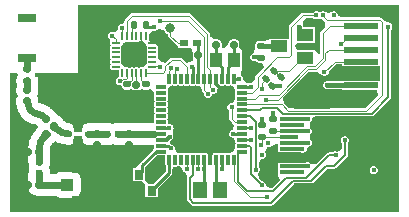
<source format=gtl>
G04*
G04 #@! TF.GenerationSoftware,Altium Limited,Altium Designer,23.3.1 (30)*
G04*
G04 Layer_Physical_Order=1*
G04 Layer_Color=255*
%FSAX44Y44*%
%MOMM*%
G71*
G04*
G04 #@! TF.SameCoordinates,E4202109-5C2D-4CF9-8B46-EFF2A95DF25D*
G04*
G04*
G04 #@! TF.FilePolarity,Positive*
G04*
G01*
G75*
%ADD11C,0.2540*%
G04:AMPARAMS|DCode=16|XSize=0.87mm|YSize=0.3mm|CornerRadius=0.0375mm|HoleSize=0mm|Usage=FLASHONLY|Rotation=270.000|XOffset=0mm|YOffset=0mm|HoleType=Round|Shape=RoundedRectangle|*
%AMROUNDEDRECTD16*
21,1,0.8700,0.2250,0,0,270.0*
21,1,0.7950,0.3000,0,0,270.0*
1,1,0.0750,-0.1125,-0.3975*
1,1,0.0750,-0.1125,0.3975*
1,1,0.0750,0.1125,0.3975*
1,1,0.0750,0.1125,-0.3975*
%
%ADD16ROUNDEDRECTD16*%
%ADD17R,1.6000X0.3000*%
%ADD18R,3.1200X1.5000*%
G04:AMPARAMS|DCode=19|XSize=0.6mm|YSize=0.55mm|CornerRadius=0.1375mm|HoleSize=0mm|Usage=FLASHONLY|Rotation=0.000|XOffset=0mm|YOffset=0mm|HoleType=Round|Shape=RoundedRectangle|*
%AMROUNDEDRECTD19*
21,1,0.6000,0.2750,0,0,0.0*
21,1,0.3250,0.5500,0,0,0.0*
1,1,0.2750,0.1625,-0.1375*
1,1,0.2750,-0.1625,-0.1375*
1,1,0.2750,-0.1625,0.1375*
1,1,0.2750,0.1625,0.1375*
%
%ADD19ROUNDEDRECTD19*%
G04:AMPARAMS|DCode=20|XSize=0.6mm|YSize=0.55mm|CornerRadius=0.1375mm|HoleSize=0mm|Usage=FLASHONLY|Rotation=135.000|XOffset=0mm|YOffset=0mm|HoleType=Round|Shape=RoundedRectangle|*
%AMROUNDEDRECTD20*
21,1,0.6000,0.2750,0,0,135.0*
21,1,0.3250,0.5500,0,0,135.0*
1,1,0.2750,-0.0177,0.2121*
1,1,0.2750,0.2121,-0.0177*
1,1,0.2750,0.0177,-0.2121*
1,1,0.2750,-0.2121,0.0177*
%
%ADD20ROUNDEDRECTD20*%
G04:AMPARAMS|DCode=21|XSize=0.6mm|YSize=0.6mm|CornerRadius=0.15mm|HoleSize=0mm|Usage=FLASHONLY|Rotation=180.000|XOffset=0mm|YOffset=0mm|HoleType=Round|Shape=RoundedRectangle|*
%AMROUNDEDRECTD21*
21,1,0.6000,0.3000,0,0,180.0*
21,1,0.3000,0.6000,0,0,180.0*
1,1,0.3000,-0.1500,0.1500*
1,1,0.3000,0.1500,0.1500*
1,1,0.3000,0.1500,-0.1500*
1,1,0.3000,-0.1500,-0.1500*
%
%ADD21ROUNDEDRECTD21*%
G04:AMPARAMS|DCode=22|XSize=0.6mm|YSize=0.6mm|CornerRadius=0.15mm|HoleSize=0mm|Usage=FLASHONLY|Rotation=315.000|XOffset=0mm|YOffset=0mm|HoleType=Round|Shape=RoundedRectangle|*
%AMROUNDEDRECTD22*
21,1,0.6000,0.3000,0,0,315.0*
21,1,0.3000,0.6000,0,0,315.0*
1,1,0.3000,0.0000,-0.2121*
1,1,0.3000,-0.2121,0.0000*
1,1,0.3000,0.0000,0.2121*
1,1,0.3000,0.2121,0.0000*
%
%ADD22ROUNDEDRECTD22*%
G04:AMPARAMS|DCode=23|XSize=0.6mm|YSize=0.6mm|CornerRadius=0.15mm|HoleSize=0mm|Usage=FLASHONLY|Rotation=225.000|XOffset=0mm|YOffset=0mm|HoleType=Round|Shape=RoundedRectangle|*
%AMROUNDEDRECTD23*
21,1,0.6000,0.3000,0,0,225.0*
21,1,0.3000,0.6000,0,0,225.0*
1,1,0.3000,-0.2121,0.0000*
1,1,0.3000,0.0000,0.2121*
1,1,0.3000,0.2121,0.0000*
1,1,0.3000,0.0000,-0.2121*
%
%ADD23ROUNDEDRECTD23*%
%ADD24R,1.6000X0.8000*%
%ADD25R,0.5000X0.3000*%
%ADD26R,0.8000X0.5000*%
%ADD27R,3.0000X0.5000*%
%ADD28R,1.4000X1.0000*%
%ADD29R,1.0500X1.0000*%
%ADD30R,2.2000X1.0500*%
G04:AMPARAMS|DCode=31|XSize=0.87mm|YSize=0.3mm|CornerRadius=0.0375mm|HoleSize=0mm|Usage=FLASHONLY|Rotation=0.000|XOffset=0mm|YOffset=0mm|HoleType=Round|Shape=RoundedRectangle|*
%AMROUNDEDRECTD31*
21,1,0.8700,0.2250,0,0,0.0*
21,1,0.7950,0.3000,0,0,0.0*
1,1,0.0750,0.3975,-0.1125*
1,1,0.0750,-0.3975,-0.1125*
1,1,0.0750,-0.3975,0.1125*
1,1,0.0750,0.3975,0.1125*
%
%ADD31ROUNDEDRECTD31*%
G04:AMPARAMS|DCode=32|XSize=0.25mm|YSize=0.64mm|CornerRadius=0.0313mm|HoleSize=0mm|Usage=FLASHONLY|Rotation=0.000|XOffset=0mm|YOffset=0mm|HoleType=Round|Shape=RoundedRectangle|*
%AMROUNDEDRECTD32*
21,1,0.2500,0.5775,0,0,0.0*
21,1,0.1875,0.6400,0,0,0.0*
1,1,0.0625,0.0938,-0.2888*
1,1,0.0625,-0.0938,-0.2888*
1,1,0.0625,-0.0938,0.2888*
1,1,0.0625,0.0938,0.2888*
%
%ADD32ROUNDEDRECTD32*%
G04:AMPARAMS|DCode=33|XSize=0.64mm|YSize=0.25mm|CornerRadius=0.0313mm|HoleSize=0mm|Usage=FLASHONLY|Rotation=0.000|XOffset=0mm|YOffset=0mm|HoleType=Round|Shape=RoundedRectangle|*
%AMROUNDEDRECTD33*
21,1,0.6400,0.1875,0,0,0.0*
21,1,0.5775,0.2500,0,0,0.0*
1,1,0.0625,0.2888,-0.0938*
1,1,0.0625,-0.2888,-0.0938*
1,1,0.0625,-0.2888,0.0938*
1,1,0.0625,0.2888,0.0938*
%
%ADD33ROUNDEDRECTD33*%
G04:AMPARAMS|DCode=34|XSize=0.6mm|YSize=0.6mm|CornerRadius=0.15mm|HoleSize=0mm|Usage=FLASHONLY|Rotation=90.000|XOffset=0mm|YOffset=0mm|HoleType=Round|Shape=RoundedRectangle|*
%AMROUNDEDRECTD34*
21,1,0.6000,0.3000,0,0,90.0*
21,1,0.3000,0.6000,0,0,90.0*
1,1,0.3000,0.1500,0.1500*
1,1,0.3000,0.1500,-0.1500*
1,1,0.3000,-0.1500,-0.1500*
1,1,0.3000,-0.1500,0.1500*
%
%ADD34ROUNDEDRECTD34*%
%ADD35C,0.8000*%
%ADD36R,0.7500X0.8500*%
G04:AMPARAMS|DCode=37|XSize=0.6mm|YSize=0.55mm|CornerRadius=0.1375mm|HoleSize=0mm|Usage=FLASHONLY|Rotation=270.000|XOffset=0mm|YOffset=0mm|HoleType=Round|Shape=RoundedRectangle|*
%AMROUNDEDRECTD37*
21,1,0.6000,0.2750,0,0,270.0*
21,1,0.3250,0.5500,0,0,270.0*
1,1,0.2750,-0.1375,-0.1625*
1,1,0.2750,-0.1375,0.1625*
1,1,0.2750,0.1375,0.1625*
1,1,0.2750,0.1375,-0.1625*
%
%ADD37ROUNDEDRECTD37*%
%ADD38R,0.4900X0.6000*%
%ADD39R,1.0000X1.2500*%
%ADD40R,0.6000X0.4900*%
%ADD41R,0.7000X0.5000*%
%ADD42R,1.2000X1.4700*%
%ADD73C,0.6000*%
%ADD74R,3.0000X3.0000*%
%ADD75R,1.7000X1.5400*%
%ADD76C,0.1250*%
%ADD77C,0.1600*%
%ADD78C,0.3000*%
%ADD79C,0.2500*%
%ADD80C,0.4000*%
%ADD81C,0.4000*%
G36*
X00342100Y00410906D02*
X00342937Y00408885D01*
X00344484Y00407337D01*
X00345433Y00406944D01*
Y00405750D01*
X00345598Y00404921D01*
X00346068Y00404218D01*
X00352368Y00397918D01*
X00353071Y00397448D01*
X00353850Y00397293D01*
Y00395250D01*
X00363850D01*
Y00395250D01*
X00364850D01*
X00366801Y00391250D01*
X00366741Y00390951D01*
Y00387951D01*
X00366974Y00386780D01*
X00366287Y00384927D01*
X00365925Y00384127D01*
X00361770Y00382439D01*
X00360144Y00383520D01*
X00357132Y00386532D01*
X00356429Y00387002D01*
X00355600Y00387167D01*
X00348600D01*
X00347771Y00387002D01*
X00347068Y00386532D01*
X00344381Y00383845D01*
X00342633Y00382458D01*
X00338609Y00383997D01*
X00337031Y00386539D01*
X00336986Y00386745D01*
Y00388488D01*
X00336845Y00389195D01*
X00336607Y00389550D01*
X00336845Y00389905D01*
X00336986Y00390612D01*
Y00392487D01*
X00336845Y00393195D01*
X00336607Y00393550D01*
X00336845Y00393905D01*
X00336986Y00394613D01*
Y00396487D01*
X00336845Y00397195D01*
X00336444Y00397794D01*
X00335845Y00398195D01*
X00335137Y00398335D01*
X00331999D01*
X00331431Y00399018D01*
X00329585Y00402113D01*
X00329585Y00402336D01*
Y00407144D01*
X00330109Y00407771D01*
X00331476Y00408816D01*
X00333182Y00409654D01*
X00333353Y00409583D01*
X00334745D01*
X00336031Y00410116D01*
X00336988Y00411073D01*
X00337018Y00411101D01*
X00338136Y00411418D01*
X00342100Y00410906D01*
D02*
G37*
G36*
X00323669Y00400806D02*
X00325155Y00400405D01*
X00325213Y00400394D01*
X00325276Y00400381D01*
X00326569Y00398649D01*
X00327514Y00396488D01*
X00327514Y00396264D01*
Y00394613D01*
X00327655Y00393905D01*
X00327893Y00393550D01*
X00327655Y00393195D01*
X00327514Y00392487D01*
Y00390612D01*
X00327655Y00389905D01*
X00327893Y00389550D01*
X00327655Y00389195D01*
X00327514Y00388488D01*
Y00386613D01*
X00327655Y00385905D01*
X00327893Y00385550D01*
X00327655Y00385195D01*
X00327514Y00384487D01*
Y00382612D01*
X00326469Y00380222D01*
X00326328Y00380022D01*
X00326128Y00379881D01*
X00323737Y00378835D01*
X00321862D01*
X00321155Y00378695D01*
X00320800Y00378457D01*
X00320445Y00378695D01*
X00319737Y00378835D01*
X00317862D01*
X00317155Y00378695D01*
X00316800Y00378457D01*
X00316445Y00378695D01*
X00315737Y00378835D01*
X00313862D01*
X00313155Y00378695D01*
X00312800Y00378457D01*
X00312445Y00378695D01*
X00311737Y00378835D01*
X00309863D01*
X00307472Y00379881D01*
X00307272Y00380022D01*
X00307131Y00380222D01*
X00306085Y00382612D01*
Y00384487D01*
X00305945Y00385195D01*
X00305707Y00385550D01*
X00305945Y00385905D01*
X00306085Y00386613D01*
Y00388488D01*
X00305945Y00389195D01*
X00305707Y00389550D01*
X00305945Y00389905D01*
X00306085Y00390612D01*
Y00392487D01*
X00305945Y00393195D01*
X00305707Y00393550D01*
X00305945Y00393905D01*
X00306085Y00394613D01*
Y00396487D01*
X00307131Y00398878D01*
X00307272Y00399078D01*
X00307472Y00399219D01*
X00309863Y00400265D01*
X00311737D01*
X00312445Y00400405D01*
X00312800Y00400643D01*
X00313155Y00400405D01*
X00313862Y00400265D01*
X00315737D01*
X00316445Y00400405D01*
X00316800Y00400643D01*
X00317155Y00400405D01*
X00317862Y00400265D01*
X00319737D01*
X00320387Y00400394D01*
X00320445Y00400405D01*
X00321931Y00400806D01*
X00322800D01*
X00323669D01*
D02*
G37*
G36*
X00468993Y00420223D02*
X00469017Y00420198D01*
X00469017D01*
X00470304Y00419665D01*
X00471696D01*
X00472982Y00420198D01*
X00472983D01*
X00473531Y00420079D01*
X00475682Y00419413D01*
X00475954Y00419300D01*
X00476045D01*
X00476897Y00419036D01*
X00478465Y00417468D01*
X00478751Y00414221D01*
X00478574Y00413038D01*
X00474818Y00409282D01*
X00474348Y00408579D01*
X00474183Y00407750D01*
Y00390666D01*
X00473750Y00390376D01*
X00469750Y00392514D01*
Y00393700D01*
X00454966D01*
X00453213Y00396700D01*
X00454966Y00399700D01*
X00469750D01*
Y00412700D01*
X00460119D01*
Y00413450D01*
X00460050Y00413795D01*
Y00414146D01*
X00459916Y00414471D01*
X00459847Y00414816D01*
X00459652Y00415108D01*
X00459517Y00415433D01*
X00459509Y00417331D01*
X00462616Y00420822D01*
X00468393D01*
X00468993Y00420223D01*
D02*
G37*
G36*
X00492750Y00379700D02*
X00524733D01*
Y00367700D01*
X00492750D01*
Y00367269D01*
X00480500D01*
X00480155Y00367200D01*
X00479804Y00367200D01*
X00479804Y00367200D01*
X00479479Y00367066D01*
X00479134Y00366997D01*
X00479134Y00366997D01*
X00478842Y00366802D01*
X00478517Y00366667D01*
X00478269Y00366419D01*
X00478006Y00366243D01*
X00477977Y00366223D01*
X00477976Y00366223D01*
X00477781Y00365931D01*
X00477533Y00365683D01*
X00477398Y00365358D01*
X00477222Y00365095D01*
X00477203Y00365066D01*
X00477203Y00365065D01*
X00477135Y00364721D01*
X00477000Y00364396D01*
X00477000Y00364396D01*
X00477000Y00364361D01*
Y00364045D01*
X00476938Y00363734D01*
X00476931Y00363700D01*
X00476938Y00363666D01*
X00477000Y00363355D01*
X00477000Y00363004D01*
X00477000Y00363004D01*
X00477135Y00362679D01*
X00477203Y00362335D01*
X00477203Y00362334D01*
X00477221Y00362307D01*
X00477398Y00362042D01*
X00477533Y00361717D01*
X00477781Y00361469D01*
X00477976Y00361177D01*
X00477977Y00361177D01*
X00478004Y00361158D01*
X00478269Y00360981D01*
X00478517Y00360733D01*
X00478842Y00360598D01*
X00479134Y00360403D01*
X00479134Y00360403D01*
X00479134Y00360403D01*
X00479167Y00360397D01*
X00479479Y00360335D01*
X00479804Y00360200D01*
X00479804Y00360200D01*
X00480155Y00360200D01*
X00480500Y00360131D01*
X00492750D01*
Y00359700D01*
X00522325D01*
X00523736Y00355700D01*
X00512498Y00344462D01*
X00447993D01*
X00443574Y00348881D01*
X00443423Y00349032D01*
X00443133Y00352278D01*
X00443309Y00353463D01*
X00464911Y00375065D01*
X00470582D01*
X00472246Y00374755D01*
X00474594Y00373419D01*
X00474988Y00373057D01*
X00475972Y00372072D01*
X00477259Y00371539D01*
X00478651D01*
X00479938Y00372072D01*
X00480922Y00373057D01*
X00481455Y00374343D01*
Y00375475D01*
X00487513Y00381533D01*
X00492750D01*
Y00379700D01*
D02*
G37*
G36*
X00394443Y00363559D02*
X00395175Y00363413D01*
X00397425D01*
X00398157Y00363559D01*
X00401073Y00362314D01*
X00402359Y00359356D01*
X00402213Y00358625D01*
Y00356375D01*
X00402359Y00355643D01*
X00402773Y00355023D01*
Y00354977D01*
X00402359Y00354357D01*
X00402213Y00353625D01*
Y00352182D01*
X00401090Y00350403D01*
X00399565Y00349083D01*
X00398968Y00348750D01*
X00398654D01*
X00397367Y00348217D01*
X00396383Y00347233D01*
X00395850Y00345946D01*
Y00344554D01*
X00396383Y00343267D01*
X00397183Y00342467D01*
Y00335500D01*
X00397348Y00334671D01*
X00397818Y00333968D01*
X00399723Y00332063D01*
X00400818Y00330968D01*
X00400818Y00330968D01*
X00401723Y00330022D01*
X00400697Y00326099D01*
X00400154Y00326000D01*
X00398867Y00325467D01*
X00397883Y00324483D01*
X00397363Y00323228D01*
X00397350Y00323196D01*
X00397350Y00323196D01*
Y00321804D01*
X00397883Y00320517D01*
X00398867Y00319533D01*
X00398867Y00319533D01*
X00398899Y00319520D01*
X00400154Y00319000D01*
X00401610Y00318735D01*
X00402359Y00315643D01*
X00402773Y00315023D01*
Y00314977D01*
X00402359Y00314357D01*
X00402213Y00313625D01*
Y00311375D01*
X00402359Y00310643D01*
X00401114Y00307728D01*
X00398157Y00306441D01*
X00397425Y00306587D01*
X00395175D01*
X00394443Y00306441D01*
X00393800Y00306041D01*
X00393157Y00306441D01*
X00392425Y00306587D01*
X00390175D01*
X00389443Y00306441D01*
X00388800Y00306041D01*
X00388157Y00306441D01*
X00387425Y00306587D01*
X00385175D01*
X00384443Y00306441D01*
X00383823Y00306027D01*
X00383409Y00305407D01*
X00383263Y00304675D01*
X00379337D01*
X00379191Y00305407D01*
X00378777Y00306027D01*
X00378157Y00306441D01*
X00377425Y00306587D01*
X00375175D01*
X00374443Y00306441D01*
X00373800Y00306041D01*
X00373157Y00306441D01*
X00372425Y00306587D01*
X00370175D01*
X00369443Y00306441D01*
X00368800Y00306041D01*
X00368157Y00306441D01*
X00367425Y00306587D01*
X00365175D01*
X00364443Y00306441D01*
X00363800Y00306041D01*
X00363157Y00306441D01*
X00362425Y00306587D01*
X00360175D01*
X00359443Y00306441D01*
X00358800Y00306041D01*
X00358157Y00306441D01*
X00357425Y00306587D01*
X00355175D01*
X00354443Y00306441D01*
X00353800Y00306041D01*
X00353627Y00306148D01*
X00353114Y00306509D01*
X00351250Y00309478D01*
Y00310870D01*
X00350717Y00312157D01*
X00349867Y00313007D01*
X00349836Y00312989D01*
X00349116Y00313471D01*
X00348245Y00313644D01*
X00347407Y00314483D01*
X00347139Y00314662D01*
X00347015Y00315709D01*
X00347104Y00316166D01*
X00348051Y00316799D01*
X00348051Y00316799D01*
X00348051Y00316799D01*
X00348773Y00317879D01*
X00349366Y00318766D01*
X00349366Y00318767D01*
X00349366Y00318767D01*
X00349485Y00319054D01*
X00349706Y00320166D01*
X00349947Y00321375D01*
Y00323625D01*
X00349706Y00324834D01*
X00349683Y00324948D01*
X00349595Y00325395D01*
D01*
X00349585Y00325443D01*
X00349852Y00325842D01*
X00350116Y00326479D01*
X00350250Y00327155D01*
Y00327845D01*
X00350116Y00328521D01*
X00349852Y00329158D01*
X00349469Y00329731D01*
X00348981Y00330219D01*
X00348408Y00330602D01*
X00347771Y00330866D01*
X00346750Y00331069D01*
X00346615Y00331042D01*
X00346437Y00331090D01*
X00346316Y00331206D01*
X00345990Y00331265D01*
X00345910Y00331593D01*
X00345668Y00331824D01*
X00345743Y00332284D01*
X00345241Y00334357D01*
X00344827Y00334977D01*
Y00335023D01*
X00345241Y00335643D01*
X00345387Y00336375D01*
Y00338625D01*
X00345241Y00339357D01*
X00344827Y00339977D01*
Y00340023D01*
X00345241Y00340643D01*
X00345387Y00341375D01*
Y00343625D01*
X00345241Y00344357D01*
X00344827Y00344977D01*
Y00345023D01*
X00345241Y00345643D01*
X00345387Y00346375D01*
Y00348625D01*
X00345241Y00349357D01*
X00344827Y00349977D01*
Y00350023D01*
X00345241Y00350643D01*
X00345387Y00351375D01*
Y00353625D01*
X00345241Y00354357D01*
X00344827Y00354977D01*
Y00355023D01*
X00345241Y00355643D01*
X00345387Y00356375D01*
Y00358625D01*
X00345241Y00359357D01*
X00346527Y00362314D01*
X00349443Y00363559D01*
X00350175Y00363413D01*
X00352425D01*
X00353157Y00363559D01*
X00353777Y00363973D01*
X00353823D01*
X00354443Y00363559D01*
X00355175Y00363413D01*
X00357425D01*
X00358157Y00363559D01*
X00358800Y00363959D01*
X00359443Y00363559D01*
X00360175Y00363413D01*
X00362425D01*
X00363157Y00363559D01*
X00363800Y00363959D01*
X00364443Y00363559D01*
X00365175Y00363413D01*
X00367425D01*
X00368157Y00363559D01*
X00368704Y00363899D01*
X00369016Y00363825D01*
X00369443Y00363559D01*
X00370175Y00363413D01*
X00370748D01*
X00372635Y00362965D01*
X00374133Y00359767D01*
Y00359550D01*
X00374298Y00358721D01*
X00374768Y00358018D01*
X00375850Y00356936D01*
Y00355804D01*
X00376383Y00354517D01*
X00377367Y00353533D01*
X00378654Y00353000D01*
X00380046D01*
X00381333Y00353533D01*
X00382317Y00354517D01*
X00382850Y00355804D01*
Y00356297D01*
X00383154Y00356500D01*
X00384546D01*
X00385833Y00357033D01*
X00386817Y00358017D01*
X00387350Y00359304D01*
Y00360207D01*
X00387882Y00361059D01*
X00388375Y00361566D01*
X00390554Y00363413D01*
X00392425D01*
X00393157Y00363559D01*
X00393777Y00363973D01*
X00393823D01*
X00394443Y00363559D01*
D02*
G37*
G36*
X00541450Y00256550D02*
X00211547D01*
Y00371811D01*
X00213845Y00372580D01*
X00213804Y00372730D01*
X00214089Y00373324D01*
X00214683Y00374000D01*
X00217654D01*
X00217683Y00373854D01*
X00218119Y00372801D01*
X00218287Y00372550D01*
X00218119Y00372299D01*
X00217683Y00371246D01*
X00217683Y00371246D01*
X00217409Y00369872D01*
Y00369872D01*
X00217221Y00368925D01*
Y00366175D01*
X00217276Y00365901D01*
Y00361826D01*
X00217211Y00361500D01*
Y00358500D01*
X00217672Y00356179D01*
X00218148Y00355031D01*
X00218168Y00355000D01*
X00218148Y00354969D01*
X00217672Y00353821D01*
X00217211Y00351500D01*
Y00348500D01*
X00217611Y00346489D01*
X00217616Y00346441D01*
X00217630Y00346394D01*
X00217672Y00346179D01*
X00217757Y00345976D01*
X00217789Y00345869D01*
X00217847Y00345274D01*
X00218843Y00341991D01*
X00219125Y00341464D01*
X00219298Y00340892D01*
X00220601Y00338456D01*
X00220649Y00338397D01*
X00220664Y00338362D01*
X00220723Y00338274D01*
X00220784Y00338109D01*
X00220955Y00337926D01*
X00221025Y00337821D01*
X00221130Y00337608D01*
X00222405Y00335946D01*
X00223002Y00335423D01*
X00223525Y00334826D01*
X00225405Y00333384D01*
X00226117Y00333033D01*
X00226777Y00332592D01*
X00228966Y00331685D01*
X00229744Y00331530D01*
X00230495Y00331275D01*
X00231028Y00331205D01*
X00231644Y00330996D01*
X00232646Y00330864D01*
D01*
X00232712Y00330855D01*
X00234659Y00330049D01*
X00235243Y00329601D01*
X00235433Y00327994D01*
X00235029Y00327590D01*
X00234844Y00327314D01*
X00234345Y00326814D01*
X00234237Y00326742D01*
X00234070Y00326492D01*
X00233838Y00326301D01*
X00233507Y00325898D01*
D01*
X00231668Y00323657D01*
X00231386Y00323130D01*
X00231007Y00322669D01*
X00229395Y00319652D01*
X00229221Y00319080D01*
X00228940Y00318553D01*
X00227947Y00315280D01*
X00227888Y00314686D01*
X00227715Y00314114D01*
X00227379Y00310710D01*
X00227409Y00310410D01*
X00227350Y00310115D01*
X00227376Y00309988D01*
Y00308941D01*
X00227311Y00308615D01*
Y00305615D01*
X00227376Y00305289D01*
Y00298500D01*
X00227434Y00298204D01*
Y00296050D01*
X00227852Y00293950D01*
X00227434Y00291850D01*
Y00289695D01*
X00227376Y00289400D01*
Y00281277D01*
X00227311Y00280951D01*
Y00277951D01*
X00227772Y00275630D01*
X00228248Y00274482D01*
X00229563Y00272514D01*
X00231531Y00271199D01*
X00232679Y00270723D01*
X00235000Y00270261D01*
X00238000D01*
X00238326Y00270326D01*
X00250601D01*
X00250711Y00270162D01*
X00252679Y00268847D01*
X00255000Y00268385D01*
X00265500D01*
X00267821Y00268847D01*
X00269789Y00270162D01*
X00271104Y00272130D01*
X00271566Y00274451D01*
Y00284451D01*
X00271104Y00286772D01*
X00269789Y00288740D01*
X00267821Y00290055D01*
X00265500Y00290516D01*
X00255000D01*
X00252679Y00290055D01*
X00250711Y00288740D01*
X00250601Y00288575D01*
X00245625D01*
Y00289400D01*
X00245566Y00289695D01*
Y00291850D01*
X00245148Y00293950D01*
X00245566Y00296050D01*
Y00298204D01*
X00245625Y00298500D01*
Y00305289D01*
X00245689Y00305615D01*
Y00308615D01*
X00245625Y00308941D01*
Y00309936D01*
X00245826Y00311465D01*
X00246347Y00312724D01*
X00247286Y00313947D01*
X00247748Y00314410D01*
X00248025Y00314594D01*
X00248025Y00314594D01*
X00249901Y00316470D01*
X00251913Y00315395D01*
X00252485Y00315221D01*
X00253012Y00314940D01*
X00256285Y00313947D01*
X00256880Y00313888D01*
X00257451Y00313715D01*
X00260855Y00313379D01*
X00261155Y00313409D01*
X00261450Y00313350D01*
X00262163Y00313492D01*
X00262633D01*
X00263804Y00313725D01*
X00264952Y00314200D01*
X00265990Y00314631D01*
X00266983Y00315294D01*
X00266983Y00315294D01*
X00266983Y00315294D01*
X00267820Y00316130D01*
X00268656Y00316967D01*
X00268656Y00316967D01*
X00268656Y00316967D01*
X00269064Y00317577D01*
X00269417Y00317688D01*
X00270183D01*
X00270536Y00317577D01*
X00270944Y00316967D01*
X00270944Y00316967D01*
X00270944Y00316967D01*
X00271780Y00316130D01*
X00272456Y00315454D01*
D01*
X00272617Y00315294D01*
X00272617Y00315294D01*
X00272617Y00315294D01*
X00273610Y00314631D01*
X00274648Y00314200D01*
X00275796Y00313725D01*
X00276967Y00313492D01*
X00277564D01*
X00278150Y00313375D01*
X00283673D01*
X00283999Y00313311D01*
X00286999D01*
X00287325Y00313375D01*
X00294200D01*
X00294495Y00313434D01*
X00296650D01*
X00298750Y00313852D01*
X00300850Y00313434D01*
X00303004D01*
X00303300Y00313375D01*
X00310423D01*
X00310749Y00313311D01*
X00313749D01*
X00314075Y00313375D01*
X00333378D01*
X00333613Y00313183D01*
Y00311375D01*
X00333759Y00310643D01*
X00333028Y00309497D01*
X00332835Y00309304D01*
X00321583Y00298052D01*
X00320971Y00297136D01*
X00320756Y00296055D01*
X00317818Y00293800D01*
X00315850D01*
Y00282300D01*
X00323178D01*
X00326350Y00280300D01*
Y00268800D01*
X00336850D01*
Y00276306D01*
X00348297Y00287753D01*
X00348297Y00287753D01*
X00348909Y00288669D01*
X00349124Y00289750D01*
X00349124Y00289750D01*
Y00290944D01*
X00350029Y00294276D01*
X00351954Y00294813D01*
X00352425D01*
X00353157Y00294959D01*
X00353712Y00295304D01*
X00353834Y00295338D01*
X00354443Y00294959D01*
X00357562Y00293972D01*
X00357800Y00292504D01*
X00357800Y00292504D01*
X00358333Y00291217D01*
X00359317Y00290233D01*
X00359878Y00290001D01*
X00360651Y00288883D01*
X00361362Y00287030D01*
X00361659Y00285982D01*
X00361644Y00285700D01*
X00361505Y00285000D01*
X00361505Y00285000D01*
Y00267500D01*
X00361505Y00267500D01*
X00361684Y00266603D01*
X00362192Y00265842D01*
X00365442Y00262592D01*
X00366203Y00262083D01*
X00367100Y00261905D01*
X00367100Y00261905D01*
X00432924D01*
X00432924Y00261905D01*
X00433822Y00262083D01*
X00434583Y00262592D01*
X00452426Y00280435D01*
X00466880D01*
X00466880Y00280435D01*
X00467777Y00280613D01*
X00468538Y00281122D01*
X00480571Y00293155D01*
X00486350D01*
X00486350Y00293155D01*
X00487247Y00293333D01*
X00488008Y00293842D01*
X00497008Y00302842D01*
X00497008Y00302842D01*
X00497517Y00303603D01*
X00497695Y00304500D01*
Y00314645D01*
X00498317Y00315267D01*
X00498850Y00316554D01*
Y00317946D01*
X00498317Y00319233D01*
X00497333Y00320217D01*
X00496046Y00320750D01*
X00494654D01*
X00493367Y00320217D01*
X00492383Y00319233D01*
X00491850Y00317946D01*
Y00316554D01*
X00492383Y00315267D01*
X00493005Y00314645D01*
Y00309452D01*
X00490688Y00308200D01*
X00489005Y00307603D01*
X00488046Y00308000D01*
X00486654D01*
X00485367Y00307467D01*
X00484745Y00306845D01*
X00481600D01*
X00481600Y00306845D01*
X00480703Y00306667D01*
X00479942Y00306158D01*
X00470845Y00297062D01*
X00466617Y00297033D01*
X00465657Y00297992D01*
X00465633Y00298017D01*
X00465633D01*
X00464346Y00298550D01*
X00462954D01*
X00461668Y00298017D01*
X00461667D01*
X00461659Y00298009D01*
X00448000D01*
X00447705Y00297950D01*
X00438500D01*
Y00286950D01*
X00438757D01*
X00440288Y00283255D01*
X00433629Y00276595D01*
X00432110D01*
X00428550Y00278454D01*
Y00279846D01*
X00428017Y00281133D01*
X00427033Y00282117D01*
X00425746Y00282650D01*
X00424866D01*
X00422264Y00285253D01*
X00421783Y00289383D01*
X00422767Y00290367D01*
X00423300Y00291654D01*
Y00293046D01*
X00422767Y00294333D01*
X00422245Y00294855D01*
Y00297827D01*
X00424554Y00301200D01*
X00425946D01*
X00427233Y00301733D01*
X00428217Y00302717D01*
X00428750Y00304004D01*
Y00305396D01*
X00428217Y00306683D01*
X00428213Y00306687D01*
X00427697Y00307605D01*
X00429220Y00310572D01*
X00429640Y00311175D01*
X00430922D01*
X00432209Y00311708D01*
X00432209Y00311708D01*
X00432209Y00311708D01*
X00432233Y00311732D01*
X00433193Y00312692D01*
X00436859Y00314219D01*
X00437726Y00314285D01*
X00438500Y00313890D01*
Y00306950D01*
X00447704D01*
X00448000Y00306891D01*
X00457539D01*
X00458572Y00306463D01*
X00458572D01*
X00458604Y00306450D01*
X00458604Y00306450D01*
X00459996D01*
X00461250Y00306970D01*
X00461283Y00306983D01*
X00461283Y00306983D01*
X00461283Y00306983D01*
X00462267Y00307967D01*
X00462267Y00307967D01*
X00462280Y00307998D01*
X00462800Y00309254D01*
X00462897Y00310695D01*
X00465633Y00312083D01*
X00466617Y00313067D01*
X00467150Y00314354D01*
Y00315746D01*
X00466617Y00317033D01*
X00465633Y00318017D01*
Y00322083D01*
X00466617Y00323067D01*
X00467150Y00324354D01*
Y00325746D01*
X00466631Y00327000D01*
X00466617Y00327033D01*
X00466617Y00327033D01*
X00465890Y00327760D01*
X00465753Y00330000D01*
X00465890Y00332240D01*
X00466617Y00332967D01*
X00466617Y00332967D01*
X00466631Y00333000D01*
X00467150Y00334254D01*
Y00335646D01*
X00470730Y00337455D01*
X00518150D01*
X00518150Y00337455D01*
X00519047Y00337633D01*
X00519808Y00338142D01*
X00533588Y00351922D01*
X00534096Y00352683D01*
X00534275Y00353580D01*
Y00410845D01*
X00534897Y00411467D01*
X00535430Y00412754D01*
Y00414146D01*
X00534897Y00415433D01*
X00533913Y00416417D01*
X00532626Y00416950D01*
X00531234D01*
X00528902Y00418129D01*
X00528432Y00418832D01*
X00526732Y00420532D01*
X00526029Y00421002D01*
X00525200Y00421167D01*
X00493195D01*
X00489500Y00422469D01*
Y00423862D01*
X00488980Y00425116D01*
X00488967Y00425148D01*
X00488967Y00425148D01*
X00488007Y00426108D01*
X00487983Y00426133D01*
X00487982D01*
X00486696Y00426665D01*
X00485304D01*
X00485304Y00426665D01*
X00485272Y00426652D01*
X00484017Y00426133D01*
X00484017D01*
X00483572Y00425687D01*
X00481740Y00425268D01*
X00478864Y00425536D01*
X00478657Y00425742D01*
X00478633Y00425767D01*
X00478633D01*
Y00425767D01*
X00478600Y00425780D01*
X00477346Y00426300D01*
X00475954D01*
X00474668Y00425767D01*
X00474667Y00425767D01*
X00472983Y00426133D01*
X00471696Y00426665D01*
X00470304D01*
X00470304Y00426665D01*
X00470272Y00426652D01*
X00469017Y00426133D01*
X00468040Y00425155D01*
X00459839D01*
X00459010Y00424991D01*
X00458307Y00424521D01*
X00448318Y00414532D01*
X00447848Y00413829D01*
X00447683Y00413000D01*
Y00403200D01*
X00430750D01*
Y00403003D01*
X00429995Y00402407D01*
X00426750Y00401231D01*
X00426747Y00401233D01*
X00425625Y00401456D01*
X00422375D01*
X00421253Y00401233D01*
X00420302Y00400598D01*
X00419667Y00399647D01*
X00419444Y00398525D01*
Y00395775D01*
X00419612Y00394928D01*
X00419405Y00394154D01*
X00418016Y00391505D01*
X00417650Y00391041D01*
X00417641Y00391033D01*
X00416517Y00390567D01*
X00415533Y00389583D01*
X00415000Y00388296D01*
Y00386904D01*
X00415533Y00385617D01*
X00416517Y00384633D01*
X00417804Y00384100D01*
X00419196D01*
X00419854Y00384373D01*
X00420302Y00383702D01*
X00421253Y00383067D01*
X00422375Y00382844D01*
X00424973D01*
X00426092Y00381288D01*
X00426781Y00378995D01*
X00419868Y00372082D01*
X00419398Y00371379D01*
X00419233Y00370550D01*
Y00369229D01*
X00416696Y00365950D01*
X00415304D01*
X00414017Y00365417D01*
X00413904Y00365304D01*
X00412937D01*
X00412807Y00365391D01*
X00412075Y00365537D01*
X00412013D01*
X00409000Y00368504D01*
Y00369896D01*
X00408480Y00371150D01*
X00408467Y00371183D01*
X00408467Y00371183D01*
X00407483Y00372167D01*
X00407075Y00373300D01*
X00407800Y00377300D01*
X00407800Y00377300D01*
Y00392800D01*
X00407800Y00392800D01*
X00405860Y00396474D01*
Y00399474D01*
X00405627Y00400644D01*
X00404964Y00401637D01*
X00403971Y00402300D01*
X00402801Y00402533D01*
X00399801D01*
X00398630Y00402300D01*
X00397638Y00401637D01*
X00396975Y00400644D01*
X00396742Y00399474D01*
Y00398907D01*
X00393274Y00395189D01*
X00391538Y00395189D01*
X00390860Y00396474D01*
Y00399474D01*
X00390627Y00400644D01*
X00389964Y00401637D01*
X00388971Y00402300D01*
X00387801Y00402533D01*
X00384801D01*
X00381694Y00404504D01*
X00380967Y00405331D01*
Y00406800D01*
X00380802Y00407629D01*
X00380332Y00408332D01*
X00364632Y00424032D01*
X00363929Y00424502D01*
X00363100Y00424667D01*
X00314857D01*
X00314028Y00424502D01*
X00313325Y00424032D01*
X00309268Y00419975D01*
X00308798Y00419272D01*
X00307296Y00416000D01*
X00305904D01*
X00304617Y00415467D01*
X00303633Y00414483D01*
X00303100Y00413196D01*
Y00411804D01*
X00303154Y00411673D01*
X00300274Y00408650D01*
X00300265Y00408650D01*
X00299011Y00409169D01*
X00298979Y00409183D01*
X00298979Y00409183D01*
X00297587D01*
X00296300Y00408650D01*
X00295316Y00407665D01*
X00295316Y00407665D01*
X00295303Y00407634D01*
X00294783Y00406379D01*
Y00404986D01*
X00295316Y00403700D01*
X00296315Y00402664D01*
X00296755Y00401195D01*
X00296614Y00400487D01*
Y00398613D01*
X00296755Y00397905D01*
X00296993Y00397550D01*
X00296755Y00397195D01*
X00296614Y00396487D01*
Y00394613D01*
X00296755Y00393905D01*
X00296993Y00393550D01*
X00296755Y00393195D01*
X00296614Y00392487D01*
Y00390612D01*
X00296755Y00389905D01*
X00296993Y00389550D01*
X00296755Y00389195D01*
X00296614Y00388488D01*
Y00386613D01*
X00296755Y00385905D01*
X00296993Y00385550D01*
X00296755Y00385195D01*
X00296614Y00384487D01*
Y00382612D01*
X00296755Y00381905D01*
X00296993Y00381550D01*
X00296755Y00381195D01*
X00296614Y00380488D01*
Y00378613D01*
X00296755Y00377905D01*
X00297156Y00377306D01*
X00297755Y00376905D01*
X00298463Y00376764D01*
X00304014D01*
Y00371213D01*
X00304094Y00370811D01*
X00304013Y00370712D01*
X00302727Y00370179D01*
X00301742Y00369195D01*
X00301209Y00367909D01*
Y00366516D01*
X00301729Y00365262D01*
X00301742Y00365230D01*
X00301742Y00365230D01*
X00302727Y00364245D01*
X00304013Y00363712D01*
X00305406D01*
X00305406Y00363712D01*
X00306667Y00361927D01*
X00307302Y00360976D01*
X00308253Y00360341D01*
X00309375Y00360118D01*
X00312625D01*
X00313747Y00360341D01*
X00315137Y00360587D01*
X00316129Y00359924D01*
X00317300Y00359691D01*
X00320300D01*
X00321470Y00359924D01*
X00322463Y00360587D01*
X00324003Y00360341D01*
X00325125Y00360118D01*
X00328375D01*
X00329497Y00360341D01*
X00329712Y00360485D01*
X00330395Y00360511D01*
X00333613Y00357651D01*
Y00356375D01*
X00333759Y00355643D01*
X00334173Y00355023D01*
Y00354977D01*
X00333759Y00354357D01*
X00333613Y00353625D01*
Y00351375D01*
X00333759Y00350643D01*
X00334173Y00350023D01*
Y00349977D01*
X00333759Y00349357D01*
X00333613Y00348625D01*
Y00346375D01*
X00333759Y00345643D01*
X00334173Y00345023D01*
Y00344977D01*
X00333759Y00344357D01*
X00333613Y00343625D01*
Y00341375D01*
X00333759Y00340643D01*
X00334173Y00340023D01*
Y00339977D01*
X00333759Y00339357D01*
X00333613Y00338625D01*
Y00336375D01*
X00333759Y00335643D01*
X00333862Y00335489D01*
X00333811Y00335082D01*
X00333704Y00334775D01*
X00333820Y00334448D01*
X00333759Y00334357D01*
X00333613Y00333625D01*
Y00331817D01*
X00333378Y00331624D01*
X00314075D01*
X00313749Y00331689D01*
X00310749D01*
X00310423Y00331624D01*
X00303300D01*
X00303004Y00331566D01*
X00300850D01*
X00298750Y00331148D01*
X00296650Y00331566D01*
X00294495D01*
X00294200Y00331624D01*
X00287325D01*
X00286999Y00331689D01*
X00283999D01*
X00283673Y00331624D01*
X00278150D01*
X00277564Y00331508D01*
X00276967D01*
X00275796Y00331275D01*
X00274451Y00330718D01*
X00273610Y00330369D01*
X00272617Y00329706D01*
X00272617Y00329706D01*
X00272617Y00329706D01*
X00271780Y00328870D01*
X00270944Y00328033D01*
X00270944Y00328033D01*
X00270944Y00328033D01*
X00270536Y00327422D01*
X00270183Y00327312D01*
X00269417D01*
X00269064Y00327422D01*
X00268656Y00328033D01*
X00268656Y00328033D01*
X00268656Y00328033D01*
X00267820Y00328870D01*
X00266983Y00329706D01*
X00266983Y00329706D01*
X00266983Y00329706D01*
X00265990Y00330369D01*
X00265149Y00330718D01*
X00263804Y00331275D01*
X00262633Y00331508D01*
X00262348D01*
X00262242Y00331544D01*
X00260100Y00331826D01*
X00258842Y00332347D01*
X00257838Y00333117D01*
X00256970Y00334416D01*
X00256970Y00334416D01*
X00254849Y00336537D01*
X00252881Y00337852D01*
X00251733Y00338327D01*
X00251686Y00338337D01*
X00251460Y00338881D01*
X00250145Y00340849D01*
X00250145Y00340849D01*
X00248024Y00342970D01*
X00246583Y00343933D01*
X00245746Y00344621D01*
X00245219Y00344902D01*
X00244757Y00345281D01*
X00241248Y00347156D01*
X00240677Y00347330D01*
X00240150Y00347612D01*
X00236343Y00348766D01*
X00235839Y00348816D01*
X00235727Y00349086D01*
X00235589Y00350133D01*
Y00351500D01*
X00235128Y00353821D01*
X00234652Y00354969D01*
X00234632Y00355000D01*
X00234652Y00355031D01*
X00235128Y00356179D01*
X00235589Y00358500D01*
Y00361500D01*
X00235525Y00361826D01*
Y00365901D01*
X00235579Y00366175D01*
Y00368925D01*
X00235117Y00371246D01*
X00234681Y00372299D01*
X00234513Y00372550D01*
X00234681Y00372801D01*
X00235117Y00373854D01*
X00235117Y00373854D01*
X00235146Y00374000D01*
X00238117D01*
X00238156Y00373955D01*
X00238206Y00374000D01*
X00269000D01*
Y00431452D01*
X00541450D01*
Y00256550D01*
D02*
G37*
G36*
X00343263Y00296725D02*
X00343409Y00295993D01*
X00343476Y00295893D01*
Y00290920D01*
X00332856Y00280300D01*
X00329522D01*
X00326350Y00282300D01*
Y00290257D01*
X00326404Y00290530D01*
X00326404Y00290530D01*
Y00294885D01*
X00335982Y00304463D01*
X00343263D01*
Y00296725D01*
D02*
G37*
%LPC*%
G36*
X00520446Y00295450D02*
X00519054D01*
X00517767Y00294917D01*
X00516783Y00293933D01*
X00516250Y00292646D01*
Y00291254D01*
X00516783Y00289967D01*
X00517767Y00288983D01*
X00519054Y00288450D01*
X00520446D01*
X00521733Y00288983D01*
X00522717Y00289967D01*
X00523250Y00291254D01*
Y00292646D01*
X00522717Y00293933D01*
X00521733Y00294917D01*
X00520446Y00295450D01*
D02*
G37*
%LPD*%
D11*
X00328322Y00413363D02*
X00333769D01*
X00328322Y00413335D02*
Y00413363D01*
X00333769D02*
X00334049Y00413083D01*
X00326850Y00414807D02*
Y00415000D01*
Y00414807D02*
X00328322Y00413335D01*
X00386301Y00383801D02*
Y00397974D01*
X00386300Y00383800D02*
X00386301Y00383801D01*
X00386300Y00383800D02*
X00391300Y00378800D01*
Y00369300D02*
Y00378800D01*
X00335025Y00307500D02*
X00339500D01*
X00323580Y00296055D02*
X00335025Y00307500D01*
X00321100Y00288050D02*
X00323580Y00290530D01*
Y00296055D01*
X00331600Y00275050D02*
X00346300Y00289750D01*
X00331600Y00274550D02*
Y00275050D01*
X00346300Y00289750D02*
Y00300700D01*
D16*
X00371300D02*
D03*
X00361300D02*
D03*
X00401300D02*
D03*
X00396300D02*
D03*
X00391300D02*
D03*
X00386300D02*
D03*
X00381300D02*
D03*
X00376300D02*
D03*
X00366300D02*
D03*
X00356300D02*
D03*
X00351300D02*
D03*
X00346300D02*
D03*
Y00369300D02*
D03*
X00351300D02*
D03*
X00356300D02*
D03*
X00361300D02*
D03*
X00366300D02*
D03*
X00371300D02*
D03*
X00376300D02*
D03*
X00381300D02*
D03*
X00386300D02*
D03*
X00391300D02*
D03*
X00396300D02*
D03*
X00401300D02*
D03*
D17*
X00448000Y00334950D02*
D03*
Y00329950D02*
D03*
Y00324950D02*
D03*
Y00319950D02*
D03*
Y00314950D02*
D03*
Y00309950D02*
D03*
Y00304950D02*
D03*
Y00299950D02*
D03*
Y00294950D02*
D03*
Y00289950D02*
D03*
D18*
X00467800Y00351420D02*
D03*
Y00273480D02*
D03*
D19*
X00424000Y00387150D02*
D03*
Y00397150D02*
D03*
X00226400Y00377550D02*
D03*
Y00367550D02*
D03*
X00326750Y00354424D02*
D03*
X00311000D02*
D03*
X00425500Y00319950D02*
D03*
Y00329950D02*
D03*
X00434500Y00324950D02*
D03*
Y00334950D02*
D03*
X00326750Y00364424D02*
D03*
X00311000D02*
D03*
D20*
X00440812Y00370391D02*
D03*
X00433741Y00363320D02*
D03*
X00428241Y00368820D02*
D03*
X00435312Y00375891D02*
D03*
D21*
X00226400Y00360000D02*
D03*
Y00350000D02*
D03*
X00361648Y00389450D02*
D03*
X00226848Y00307115D02*
D03*
Y00279450D02*
D03*
X00236500Y00279451D02*
D03*
Y00307115D02*
D03*
X00371300Y00389451D02*
D03*
D22*
X00249412Y00328587D02*
D03*
X00242587Y00335412D02*
D03*
D23*
X00242588Y00322153D02*
D03*
X00249412Y00328978D02*
D03*
D24*
X00226400Y00421000D02*
D03*
Y00387000D02*
D03*
D25*
X00261150Y00322500D02*
D03*
X00278150D02*
D03*
D26*
X00269650Y00327000D02*
D03*
Y00318000D02*
D03*
D27*
X00509250Y00363700D02*
D03*
Y00373700D02*
D03*
Y00383700D02*
D03*
Y00393700D02*
D03*
Y00403700D02*
D03*
Y00413700D02*
D03*
D28*
X00461250Y00387200D02*
D03*
Y00406200D02*
D03*
X00439250Y00396700D02*
D03*
D29*
X00260250Y00279451D02*
D03*
D30*
X00275500Y00294201D02*
D03*
Y00264701D02*
D03*
D31*
X00339500Y00317500D02*
D03*
Y00307500D02*
D03*
Y00312500D02*
D03*
Y00322500D02*
D03*
Y00327500D02*
D03*
Y00332500D02*
D03*
Y00337500D02*
D03*
Y00342500D02*
D03*
Y00347500D02*
D03*
Y00352500D02*
D03*
Y00357500D02*
D03*
Y00362500D02*
D03*
X00408100Y00352500D02*
D03*
Y00362500D02*
D03*
Y00357500D02*
D03*
Y00347500D02*
D03*
Y00342500D02*
D03*
Y00337500D02*
D03*
Y00332500D02*
D03*
Y00327500D02*
D03*
Y00322500D02*
D03*
Y00317500D02*
D03*
Y00312500D02*
D03*
Y00307500D02*
D03*
D32*
X00306800Y00374100D02*
D03*
X00310800D02*
D03*
X00314800D02*
D03*
X00318800D02*
D03*
X00322800D02*
D03*
X00326800D02*
D03*
Y00405000D02*
D03*
X00322800D02*
D03*
X00318800D02*
D03*
X00314800D02*
D03*
X00310800D02*
D03*
X00306800D02*
D03*
D33*
X00301350Y00391550D02*
D03*
Y00387550D02*
D03*
Y00383550D02*
D03*
Y00379550D02*
D03*
X00332250D02*
D03*
Y00383550D02*
D03*
Y00387550D02*
D03*
Y00391550D02*
D03*
Y00395550D02*
D03*
Y00399550D02*
D03*
X00301350D02*
D03*
Y00395550D02*
D03*
D34*
X00401300Y00407626D02*
D03*
X00386300D02*
D03*
X00318801Y00354598D02*
D03*
X00312250Y00312848D02*
D03*
X00285500D02*
D03*
X00401301Y00397974D02*
D03*
X00386301D02*
D03*
X00312249Y00322500D02*
D03*
X00285499D02*
D03*
X00318800Y00364250D02*
D03*
D35*
X00412850Y00412000D02*
D03*
X00347600D02*
D03*
D36*
X00331600Y00288050D02*
D03*
X00321100Y00274550D02*
D03*
Y00288050D02*
D03*
X00331600Y00274550D02*
D03*
D37*
X00326850Y00415000D02*
D03*
X00316850D02*
D03*
D38*
X00303300Y00322500D02*
D03*
X00294200D02*
D03*
D39*
X00401300Y00385050D02*
D03*
X00386300D02*
D03*
D40*
X00236500Y00289400D02*
D03*
Y00298500D02*
D03*
D41*
X00358850Y00399250D02*
D03*
X00369850D02*
D03*
D42*
X00372700Y00275050D02*
D03*
X00389900D02*
D03*
D73*
X00242783Y00335217D02*
G03*
X00232839Y00340111I-00012160J-00012159D01*
G01*
X00228533Y00342902D02*
G03*
X00232839Y00340111I00005103J00003155D01*
G01*
X00226400Y00350450D02*
G03*
X00228533Y00342902I00014419J-00000000D01*
G01*
X00240707Y00320273D02*
G03*
X00236500Y00310115I00010157J-00010157D01*
G01*
X00251293Y00326707D02*
G03*
X00261450Y00322500I00010157J00010157D01*
G01*
X00285499D02*
X00294200D01*
X00278150D02*
X00285499D01*
X00312249D02*
X00333378D01*
X00226400Y00377100D02*
Y00387000D01*
Y00359550D02*
Y00368000D01*
X00240707Y00320273D02*
X00242783Y00322348D01*
X00236500Y00307115D02*
Y00310115D01*
X00249217Y00328783D02*
X00251293Y00326707D01*
X00303300Y00322500D02*
X00312249D01*
X00236500Y00279451D02*
X00260250D01*
X00236500D02*
Y00289400D01*
Y00298500D02*
Y00307115D01*
D74*
X00373800Y00335000D02*
D03*
D75*
X00316800Y00389550D02*
D03*
D76*
X00476650Y00422347D02*
Y00422800D01*
Y00422347D02*
X00479997Y00419000D01*
X00525200D01*
X00459839Y00422989D02*
X00470223D01*
X00470400Y00423165D01*
X00491900Y00398850D02*
X00496750Y00403700D01*
X00491900Y00398800D02*
Y00398850D01*
X00496750Y00403700D02*
X00509250D01*
X00477955Y00375039D02*
X00486616Y00383700D01*
X00499250D01*
X00447095Y00342295D02*
X00513395D01*
X00526900Y00355800D02*
Y00417300D01*
X00525200Y00419000D02*
X00526900Y00417300D01*
X00513395Y00342295D02*
X00526900Y00355800D01*
X00425400Y00365979D02*
X00428241Y00368820D01*
X00439475Y00355875D02*
X00463332Y00379732D01*
X00428350Y00351625D02*
X00438407D01*
X00441890Y00347500D02*
X00447095Y00342295D01*
X00408100Y00347500D02*
X00441890D01*
X00422325Y00355875D02*
X00439475D01*
X00428241Y00368820D02*
Y00368820D01*
X00425400Y00360800D02*
Y00365979D01*
X00418950Y00352500D02*
X00422325Y00355875D01*
X00401300Y00282300D02*
X00414550Y00269050D01*
X00429150D01*
X00361300Y00293200D02*
Y00300700D01*
X00370750Y00292650D02*
Y00293200D01*
X00371025Y00293475D01*
Y00300425D01*
X00371300Y00300700D01*
X00316800Y00389550D02*
X00322800Y00395550D01*
X00434500Y00324950D02*
X00434500Y00324950D01*
X00448000D01*
X00425500Y00319950D02*
X00448000D01*
X00424876Y00319326D02*
X00425500Y00319950D01*
X00416884Y00357500D02*
X00421400Y00362016D01*
Y00370550D01*
X00438127Y00387277D01*
X00438407Y00351625D02*
X00464014Y00377232D01*
X00435440Y00375763D02*
X00440812Y00370391D01*
X00435440Y00375763D02*
X00447813D01*
X00435312Y00375891D02*
X00435440Y00375763D01*
X00447813D02*
X00459250Y00387200D01*
X00461250D01*
X00438127Y00387277D02*
X00447634D01*
X00408100Y00357500D02*
X00416884D01*
X00408100Y00352500D02*
X00418950D01*
X00447634Y00387277D02*
X00449850Y00389493D01*
Y00413000D01*
X00464014Y00377232D02*
X00470582D01*
X00478850Y00385500D02*
Y00390918D01*
X00470582Y00377232D02*
X00478850Y00385500D01*
X00463332Y00379732D02*
X00469600D01*
X00424350Y00313000D02*
X00424876Y00313526D01*
Y00319326D01*
X00305453Y00367212D02*
X00307516Y00369275D01*
X00309875D02*
X00310800Y00370200D01*
X00307516Y00369275D02*
X00309875D01*
X00304709Y00367212D02*
X00305453D01*
X00343300Y00376300D02*
Y00379700D01*
X00341100Y00374100D02*
X00343300Y00376300D01*
Y00379700D02*
X00348600Y00385000D01*
X00332388Y00379625D02*
X00339175D01*
X00332375Y00379612D02*
X00332388Y00379625D01*
X00326800Y00374100D02*
X00341100D01*
X00348600Y00385000D02*
X00355600D01*
X00339175Y00379625D02*
X00339250Y00379700D01*
X00361300Y00369300D02*
Y00379300D01*
X00355600Y00385000D02*
X00361300Y00379300D01*
X00363100Y00422500D02*
X00378800Y00406800D01*
X00314857Y00422500D02*
X00363100D01*
X00378800Y00379002D02*
Y00406800D01*
X00376300Y00369300D02*
Y00404300D01*
X00378800Y00379002D02*
X00381300Y00376502D01*
X00362600Y00418000D02*
X00376300Y00404300D01*
Y00359550D02*
Y00369300D01*
X00338600Y00418000D02*
X00362600D01*
X00401300Y00282300D02*
Y00300700D01*
X00469600Y00379732D02*
X00476350Y00386482D01*
Y00407750D02*
X00482300Y00413700D01*
X00476350Y00386482D02*
Y00407750D01*
X00478850Y00390918D02*
X00481632Y00393700D01*
X00499250D01*
X00298283Y00405683D02*
X00301350Y00402616D01*
Y00399550D02*
Y00402616D01*
X00310800Y00370200D02*
Y00374100D01*
X00306800Y00405000D02*
Y00412300D01*
X00306600Y00412500D02*
X00306800Y00412300D01*
X00353900Y00399450D02*
X00360300D01*
X00347600Y00405750D02*
X00353900Y00399450D01*
X00347600Y00405750D02*
Y00412000D01*
X00346300Y00369300D02*
Y00375956D01*
X00347850Y00377506D01*
Y00378250D01*
X00351300Y00375450D02*
X00353350Y00377500D01*
X00399350Y00335500D02*
Y00345250D01*
Y00335500D02*
X00402350Y00332500D01*
X00408100D01*
X00482300Y00413700D02*
X00499250D01*
X00449850Y00413000D02*
X00459839Y00422989D01*
X00351300Y00369300D02*
Y00375450D01*
X00376300Y00359550D02*
X00379350Y00356500D01*
X00383850Y00360000D02*
X00384850D01*
X00381300Y00362550D02*
X00383850Y00360000D01*
X00381300Y00362550D02*
Y00369300D01*
X00310800Y00405000D02*
Y00418443D01*
X00314857Y00422500D01*
X00381300Y00369300D02*
Y00376502D01*
X00408000Y00322400D02*
X00408100Y00322500D01*
X00400850Y00322300D02*
X00400950Y00322400D01*
X00332300Y00399500D02*
X00338450D01*
X00338500Y00399450D01*
X00332250Y00399550D02*
X00332300Y00399500D01*
X00322800Y00395550D02*
Y00405000D01*
X00401300Y00369300D02*
X00401400Y00369200D01*
X00346650Y00327600D02*
X00346750Y00327700D01*
X00339500Y00327500D02*
X00339600Y00327600D01*
X00322800Y00368124D02*
Y00374100D01*
X00326500Y00364424D02*
X00326750D01*
X00322800Y00368124D02*
X00326500Y00364424D01*
X00318800Y00364250D02*
Y00374100D01*
X00314800Y00368220D02*
Y00374100D01*
X00311000Y00364424D02*
X00311004D01*
X00314800Y00368220D01*
Y00405000D02*
Y00415200D01*
D77*
X00425450Y00344800D02*
X00437650D01*
X00423150Y00342500D02*
X00425450Y00344800D01*
X00437650D02*
X00442650Y00339800D01*
X00518150D02*
X00531930Y00353580D01*
X00442650Y00339800D02*
X00518150D01*
X00408100Y00342500D02*
X00423150D01*
X00531930Y00353580D02*
Y00413450D01*
X00479600Y00295500D02*
X00486350D01*
X00451454Y00282780D02*
X00466880D01*
X00479600Y00295500D01*
X00412780Y00274250D02*
X00434600D01*
X00445730Y00285380D02*
X00462480D01*
X00434600Y00274250D02*
X00445730Y00285380D01*
X00481600Y00304500D02*
X00487350D01*
X00462480Y00285380D02*
X00481600Y00304500D01*
X00432924Y00264250D02*
X00451454Y00282780D01*
X00367100Y00264250D02*
X00432924D01*
X00405188Y00281842D02*
X00412780Y00274250D01*
X00405188Y00281842D02*
Y00306800D01*
X00405888Y00307500D01*
X00408100D01*
X00415500Y00288700D02*
X00425050Y00279150D01*
X00408100Y00317500D02*
X00415600D01*
X00408100Y00327500D02*
X00415600D01*
X00456550Y00410400D02*
X00460750Y00406200D01*
X00461250D01*
X00408100Y00312500D02*
X00414100D01*
X00415500Y00311100D01*
Y00288700D02*
Y00311100D01*
X00363850Y00267500D02*
X00367100Y00264250D01*
X00363850Y00267500D02*
Y00285000D01*
X00414955Y00337444D02*
X00419900Y00332500D01*
X00408156Y00337444D02*
X00414955D01*
X00419900Y00292450D02*
Y00332500D01*
X00419800Y00292350D02*
X00419900Y00292450D01*
X00495350Y00304500D02*
Y00316000D01*
X00486350Y00295500D02*
X00495350Y00304500D01*
X00363850Y00285000D02*
X00366300Y00287450D01*
Y00300700D01*
X00408100Y00337500D02*
X00408156Y00337444D01*
D78*
X00339500Y00317500D02*
X00344398D01*
X00346780Y00319883D02*
X00347051D01*
X00344398Y00317500D02*
X00346780Y00319883D01*
X00272150Y00330143D02*
X00274781Y00332775D01*
Y00333045D01*
X00272150Y00328000D02*
Y00330143D01*
X00271150Y00327000D02*
X00272150Y00328000D01*
X00269650Y00327000D02*
X00271150D01*
X00267150Y00328000D02*
X00268141Y00327009D01*
X00266983Y00329686D02*
Y00330325D01*
X00267150Y00328000D02*
Y00329518D01*
X00266983Y00329686D02*
X00267150Y00329518D01*
X00264413Y00332895D02*
X00266983Y00330325D01*
X00264413Y00332895D02*
Y00333166D01*
X00267150Y00317000D02*
X00272150D01*
Y00313812D02*
Y00317000D01*
Y00313812D02*
X00272950Y00313012D01*
Y00312741D02*
Y00313012D01*
X00267143Y00315493D02*
X00267150Y00315500D01*
X00267143Y00313081D02*
Y00315493D01*
X00267150Y00315500D02*
Y00317000D01*
X00266952Y00312890D02*
X00267143Y00313081D01*
X00434325Y00335124D02*
X00434500Y00334950D01*
X00434151Y00340392D02*
X00434325Y00340218D01*
Y00335124D02*
Y00340218D01*
X00448000Y00334950D02*
X00463550D01*
X00448000Y00329950D02*
X00459300D01*
X00448000Y00289950D02*
X00459300D01*
X00448000Y00299950D02*
X00459300D01*
X00463550Y00294950D02*
X00463650Y00295050D01*
X00448000Y00294950D02*
X00463550D01*
X00467800Y00351420D02*
X00487970D01*
X00463550Y00324950D02*
X00463650Y00325050D01*
X00448000Y00324950D02*
X00463550D01*
X00448000Y00309950D02*
X00459300D01*
X00463550Y00314950D02*
X00463650Y00315050D01*
X00448000Y00314950D02*
X00463550D01*
Y00304950D02*
X00463650Y00305050D01*
X00448000Y00304950D02*
X00463550D01*
X00439953Y00363143D02*
X00440130Y00363320D01*
X00433917Y00363143D02*
X00439953D01*
X00433741Y00363320D02*
X00433917Y00363143D01*
X00326750Y00349150D02*
Y00354424D01*
X00318801Y00349324D02*
Y00354598D01*
X00311000Y00349150D02*
Y00354424D01*
X00498300Y00351450D02*
X00498350Y00351500D01*
X00488000Y00351450D02*
X00498300D01*
X00425500Y00329950D02*
Y00335450D01*
X00333378Y00322500D02*
X00339500D01*
X00487970Y00351420D02*
X00488000Y00351450D01*
X00355900Y00389450D02*
X00361648D01*
X00314150Y00274550D02*
X00321100D01*
X00401300Y00407626D02*
Y00413700D01*
X00386300Y00407626D02*
Y00413700D01*
X00384026Y00308755D02*
Y00309026D01*
X00381300Y00300700D02*
Y00306029D01*
X00384026Y00308755D01*
X00386300Y00364621D02*
Y00369300D01*
Y00364621D02*
X00388850Y00362071D01*
X00510300Y00373700D02*
X00510350Y00373750D01*
X00499250Y00373700D02*
X00510300D01*
X00336850Y00293800D02*
Y00296500D01*
X00331600Y00288050D02*
Y00288550D01*
X00336850Y00293800D01*
X00418500Y00387600D02*
X00424000D01*
D79*
X00372700Y00275050D02*
X00376300Y00278650D01*
Y00300700D01*
X00396300Y00298523D02*
Y00300700D01*
X00415950Y00362500D02*
X00416000Y00362450D01*
X00408100Y00362500D02*
X00415950D01*
X00400950Y00322500D02*
X00408000D01*
X00386300Y00278650D02*
X00389900Y00275050D01*
X00386300Y00278650D02*
Y00300700D01*
X00391300Y00293250D02*
Y00300700D01*
X00391250Y00293200D02*
X00391300Y00293250D01*
X00401400Y00369200D02*
X00405500D01*
X00339500Y00312500D02*
X00345424D01*
X00347750Y00310174D01*
X00339600Y00327500D02*
X00346650D01*
X00371300Y00369300D02*
Y00399450D01*
X00366300Y00369300D02*
Y00379400D01*
X00366250Y00379450D02*
X00366300Y00379400D01*
X00401301Y00383801D02*
Y00397974D01*
X00396300Y00378800D02*
X00401301Y00383801D01*
X00396300Y00369300D02*
Y00378800D01*
D80*
X00480500Y00363700D02*
X00499250D01*
X00456550Y00410400D02*
Y00413450D01*
X00424000Y00396700D02*
X00439250D01*
D81*
X00476650Y00422800D02*
D03*
X00486000Y00423165D02*
D03*
X00471000D02*
D03*
X00491900Y00398800D02*
D03*
X00477955Y00375039D02*
D03*
X00347051Y00319883D02*
D03*
X00434151Y00340392D02*
D03*
X00428350Y00351625D02*
D03*
X00425400Y00360800D02*
D03*
X00463650Y00334950D02*
D03*
X00430226Y00314675D02*
D03*
X00459300Y00329950D02*
D03*
X00531930Y00413450D02*
D03*
X00527379Y00258550D02*
D03*
X00533414D02*
D03*
X00527519Y00429450D02*
D03*
X00533484D02*
D03*
X00376250Y00293200D02*
D03*
X00459300Y00289950D02*
D03*
X00429150Y00269050D02*
D03*
X00396300Y00298523D02*
D03*
X00459300Y00299950D02*
D03*
X00463650Y00295050D02*
D03*
X00425050Y00279150D02*
D03*
X00361300Y00293200D02*
D03*
X00370750Y00293200D02*
D03*
X00415600Y00317500D02*
D03*
Y00327500D02*
D03*
X00463650Y00325050D02*
D03*
X00459300Y00309950D02*
D03*
X00463650Y00315050D02*
D03*
Y00305050D02*
D03*
X00440130Y00363320D02*
D03*
X00480500Y00363700D02*
D03*
X00416000Y00362450D02*
D03*
X00317770Y00307891D02*
D03*
X00312781Y00306209D02*
D03*
X00307503Y00308123D02*
D03*
X00226301Y00273546D02*
D03*
X00220906Y00274800D02*
D03*
X00221345Y00281638D02*
D03*
X00221839Y00312617D02*
D03*
X00220237Y00307748D02*
D03*
X00221198Y00302143D02*
D03*
X00283900Y00307050D02*
D03*
X00290846Y00309304D02*
D03*
X00322733Y00333628D02*
D03*
X00273406Y00285690D02*
D03*
X00320790Y00311372D02*
D03*
X00272950Y00312741D02*
D03*
X00236844Y00354912D02*
D03*
X00258810Y00335312D02*
D03*
X00237593Y00360865D02*
D03*
X00225372Y00298780D02*
D03*
X00328733Y00333628D02*
D03*
X00250183Y00343644D02*
D03*
X00304734Y00333628D02*
D03*
X00231975Y00327190D02*
D03*
X00228527Y00322279D02*
D03*
X00310733Y00333690D02*
D03*
X00280753Y00333628D02*
D03*
X00264413Y00333166D02*
D03*
X00225554Y00292783D02*
D03*
X00254357Y00339334D02*
D03*
X00247295Y00268323D02*
D03*
X00302790Y00311431D02*
D03*
X00326790Y00311372D02*
D03*
X00252575Y00292106D02*
D03*
X00225372Y00286786D02*
D03*
X00255196Y00312184D02*
D03*
X00259048Y00266382D02*
D03*
X00247628Y00301244D02*
D03*
X00292752Y00333628D02*
D03*
X00273569Y00279693D02*
D03*
X00235295Y00268258D02*
D03*
X00241295Y00268323D02*
D03*
X00266952Y00312890D02*
D03*
X00273469Y00273694D02*
D03*
X00286753Y00333693D02*
D03*
X00247693Y00307244D02*
D03*
X00278792Y00311372D02*
D03*
X00253053Y00266638D02*
D03*
X00247463Y00295247D02*
D03*
X00218309Y00338493D02*
D03*
X00221875Y00333668D02*
D03*
X00239936Y00349770D02*
D03*
X00226288Y00316713D02*
D03*
X00261143Y00311387D02*
D03*
X00229566Y00270040D02*
D03*
X00316733Y00333628D02*
D03*
X00249257Y00313036D02*
D03*
X00237582Y00366865D02*
D03*
X00296790Y00311449D02*
D03*
X00258561Y00292520D02*
D03*
X00245369Y00347225D02*
D03*
X00226891Y00330376D02*
D03*
X00274781Y00333045D02*
D03*
X00298743Y00333292D02*
D03*
X00340248Y00389202D02*
D03*
X00326750Y00349150D02*
D03*
X00318801Y00349324D02*
D03*
X00311000Y00349150D02*
D03*
X00334049Y00413083D02*
D03*
X00498350Y00351500D02*
D03*
X00425500Y00335450D02*
D03*
X00424350Y00313000D02*
D03*
X00338500Y00379550D02*
D03*
X00419800Y00292350D02*
D03*
X00354501Y00344100D02*
D03*
X00298283Y00405683D02*
D03*
X00290630Y00387874D02*
D03*
X00480500Y00270950D02*
D03*
X00355900Y00389450D02*
D03*
X00314150Y00274550D02*
D03*
X00412850Y00412000D02*
D03*
X00401300Y00413700D02*
D03*
X00386300D02*
D03*
X00466000Y00397100D02*
D03*
X00519500Y00279150D02*
D03*
X00384026Y00309026D02*
D03*
X00376301Y00314500D02*
D03*
X00361750Y00355650D02*
D03*
X00370750D02*
D03*
X00389924Y00360426D02*
D03*
X00520300Y00373700D02*
D03*
X00336850Y00296500D02*
D03*
X00347850Y00378250D02*
D03*
X00353350Y00377500D02*
D03*
X00399350Y00345250D02*
D03*
X00436851Y00258550D02*
D03*
X00430816D02*
D03*
X00442886D02*
D03*
X00479794Y00429450D02*
D03*
X00473829D02*
D03*
X00456550Y00413450D02*
D03*
X00383100Y00324950D02*
D03*
Y00334950D02*
D03*
Y00344950D02*
D03*
X00379350Y00356500D02*
D03*
X00383850Y00360000D02*
D03*
X00306600Y00412500D02*
D03*
X00338600Y00418000D02*
D03*
X00487350Y00304500D02*
D03*
X00495350Y00317250D02*
D03*
X00400850Y00322500D02*
D03*
X00425250Y00304700D02*
D03*
X00418500Y00387600D02*
D03*
X00519750Y00291950D02*
D03*
X00321800Y00384550D02*
D03*
X00311800Y00384550D02*
D03*
X00311800Y00394550D02*
D03*
X00321800Y00394550D02*
D03*
X00503656Y00429450D02*
D03*
X00497691D02*
D03*
X00509622D02*
D03*
X00485760D02*
D03*
X00491725D02*
D03*
X00539450Y00429450D02*
D03*
X00539450Y00423346D02*
D03*
X00515587Y00429450D02*
D03*
X00521553D02*
D03*
X00455932D02*
D03*
X00461898D02*
D03*
X00444001D02*
D03*
X00449966D02*
D03*
X00467863D02*
D03*
X00539450Y00380621D02*
D03*
Y00386725D02*
D03*
Y00374518D02*
D03*
Y00398932D02*
D03*
Y00392828D02*
D03*
Y00356207D02*
D03*
Y00350103D02*
D03*
Y00368414D02*
D03*
Y00362311D02*
D03*
Y00411139D02*
D03*
Y00405036D02*
D03*
Y00417243D02*
D03*
X00414173Y00429450D02*
D03*
X00408208D02*
D03*
X00420139D02*
D03*
X00396276D02*
D03*
X00402242D02*
D03*
X00432070D02*
D03*
X00438035D02*
D03*
X00426104D02*
D03*
X00378380D02*
D03*
X00384345D02*
D03*
X00366449D02*
D03*
X00372414D02*
D03*
X00390311D02*
D03*
X00364500Y00344950D02*
D03*
X00373800D02*
D03*
X00539450Y00313482D02*
D03*
Y00319586D02*
D03*
Y00307379D02*
D03*
Y00331793D02*
D03*
Y00325689D02*
D03*
Y00289068D02*
D03*
Y00282964D02*
D03*
Y00301275D02*
D03*
Y00295171D02*
D03*
Y00344000D02*
D03*
Y00337896D02*
D03*
Y00270757D02*
D03*
Y00276861D02*
D03*
Y00264654D02*
D03*
X00497203Y00258550D02*
D03*
X00503238D02*
D03*
X00521343D02*
D03*
X00539449D02*
D03*
X00509273D02*
D03*
X00515308D02*
D03*
X00460992D02*
D03*
X00467027D02*
D03*
X00448922D02*
D03*
X00454957D02*
D03*
X00485132D02*
D03*
X00491168D02*
D03*
X00473062D02*
D03*
X00479097D02*
D03*
X00373800Y00334950D02*
D03*
X00364500D02*
D03*
Y00324950D02*
D03*
X00373800D02*
D03*
X00412710Y00258550D02*
D03*
X00418746D02*
D03*
X00400640D02*
D03*
X00406675D02*
D03*
X00424781D02*
D03*
X00364429D02*
D03*
X00370464D02*
D03*
X00388570D02*
D03*
X00394605D02*
D03*
X00376499D02*
D03*
X00382535D02*
D03*
X00354518Y00429450D02*
D03*
X00348552D02*
D03*
X00360483D02*
D03*
X00336621D02*
D03*
X00342587D02*
D03*
X00338500Y00399450D02*
D03*
X00324690Y00429450D02*
D03*
X00330655D02*
D03*
X00312759D02*
D03*
X00318724D02*
D03*
X00316800Y00389550D02*
D03*
X00300828Y00429450D02*
D03*
X00294862D02*
D03*
X00306793D02*
D03*
X00282931D02*
D03*
X00288897D02*
D03*
X00276966D02*
D03*
X00271000Y00416683D02*
D03*
Y00429450D02*
D03*
Y00423067D02*
D03*
Y00397533D02*
D03*
Y00391150D02*
D03*
Y00410300D02*
D03*
Y00403917D02*
D03*
Y00384767D02*
D03*
Y00378383D02*
D03*
X00265000Y00372000D02*
D03*
X00271000D02*
D03*
X00253000D02*
D03*
X00259000D02*
D03*
X00241000D02*
D03*
X00247000D02*
D03*
X00235000D02*
D03*
X00213550Y00372000D02*
D03*
Y00353091D02*
D03*
Y00346789D02*
D03*
Y00365697D02*
D03*
Y00359394D02*
D03*
X00328218Y00258550D02*
D03*
X00334253D02*
D03*
X00322183D02*
D03*
X00352359D02*
D03*
X00358394D02*
D03*
X00340289D02*
D03*
X00346324D02*
D03*
X00292007D02*
D03*
X00285972D02*
D03*
X00310113D02*
D03*
X00316148D02*
D03*
X00298042D02*
D03*
X00304077D02*
D03*
X00213550Y00290064D02*
D03*
Y00283761D02*
D03*
Y00327880D02*
D03*
Y00321578D02*
D03*
Y00340486D02*
D03*
Y00334183D02*
D03*
Y00302669D02*
D03*
Y00296367D02*
D03*
Y00315275D02*
D03*
Y00308972D02*
D03*
X00249761Y00258550D02*
D03*
X00255796D02*
D03*
X00237691D02*
D03*
X00243726D02*
D03*
X00273902D02*
D03*
X00279937D02*
D03*
X00261831D02*
D03*
X00267866D02*
D03*
X00213550Y00264853D02*
D03*
Y00277458D02*
D03*
Y00271155D02*
D03*
X00225620Y00258550D02*
D03*
X00231656D02*
D03*
X00213550D02*
D03*
X00219585D02*
D03*
X00391250Y00293200D02*
D03*
X00405500Y00369200D02*
D03*
X00347750Y00310174D02*
D03*
X00346750Y00327500D02*
D03*
X00304709Y00367212D02*
D03*
X00366250Y00379450D02*
D03*
M02*

</source>
